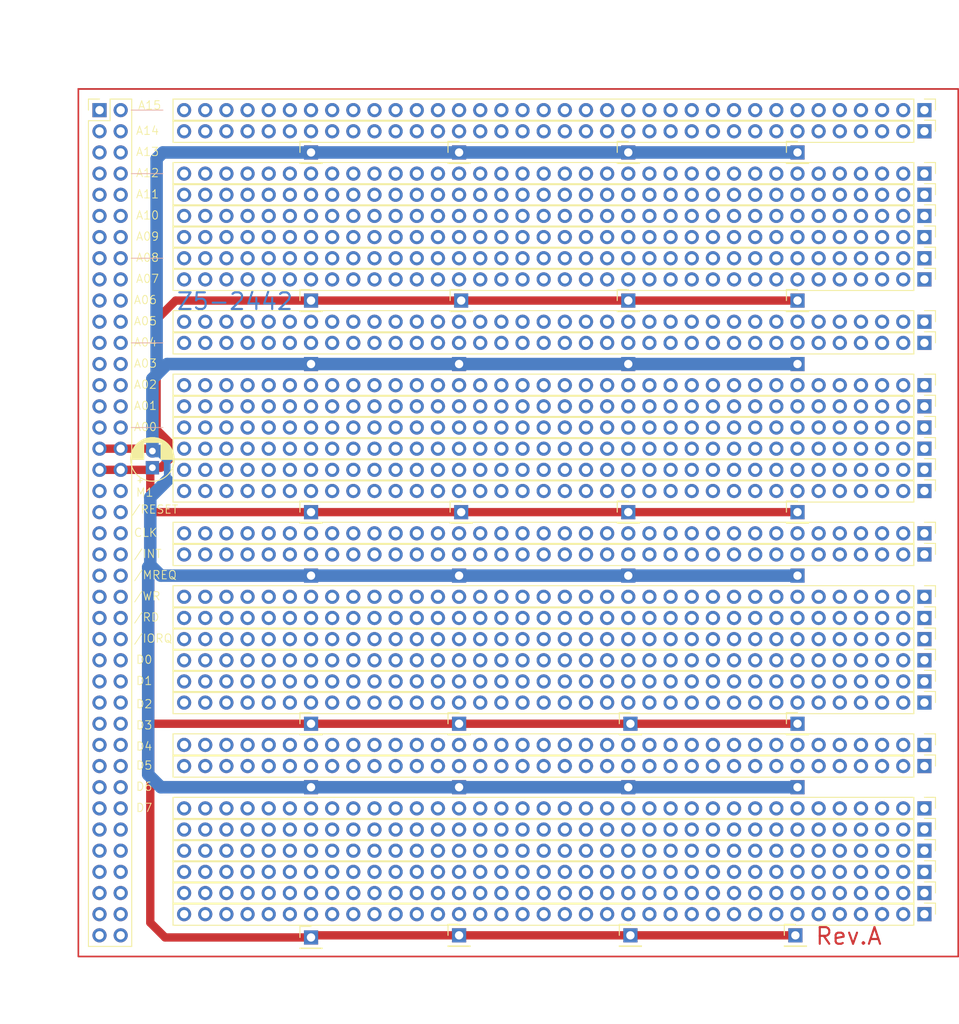
<source format=kicad_pcb>
(kicad_pcb (version 20221018) (generator pcbnew)
  (layers (0 "F.Cu" signal) (31 "B.Cu" signal) (34 "B.Paste" user) (35 "F.Paste" user) (36 "B.SilkS" user "B.Silkscreen") (37 "F.SilkS" user "F.Silkscreen") (38 "B.Mask" user) (39 "F.Mask" user) (44 "Edge.Cuts" user))
  (net 0 "")
  (footprint "Connector_PinHeader_2.54mm:PinHeader_1x36_P2.54mm_Vertical" (layer "F.Cu") (at 177.8 63.5 -90)
    (fp_text reference "REF**" hide)
    (fp_text value "PinHeader_1x36_P2.54mm_Vertical")
  )
  (footprint "" (layer "F.Cu") (at 162.56 109.22)
    (fp_text reference "")
    (fp_text value "")
  )
  (footprint "Connector_PinHeader_2.54mm:PinHeader_1x36_P2.54mm_Vertical" (layer "F.Cu") (at 177.8 55.88 -90)
    (fp_text reference "REF**" hide)
    (fp_text value "PinHeader_1x36_P2.54mm_Vertical")
  )
  (footprint "Connector_PinHeader_2.54mm:PinHeader_1x01_P2.54mm_Vertical" (layer "F.Cu") (at 121.92 58.42)
    (fp_text reference "REF**" hide)
    (fp_text value "PinHeader_1x01_P2.54mm_Vertical")
  )
  (footprint "" (layer "F.Cu") (at 162.56 134.62)
    (fp_text reference "")
    (fp_text value "")
  )
  (footprint "Connector_PinHeader_2.54mm:PinHeader_1x36_P2.54mm_Vertical" (layer "F.Cu") (at 177.8 68.58 -90)
    (fp_text reference "REF**" hide)
    (fp_text value "PinHeader_1x36_P2.54mm_Vertical")
  )
  (footprint "Connector_PinHeader_2.54mm:PinHeader_1x36_P2.54mm_Vertical" (layer "F.Cu") (at 177.8 60.96 -90)
    (fp_text reference "REF**" hide)
    (fp_text value "PinHeader_1x36_P2.54mm_Vertical")
  )
  (footprint "Connector_PinHeader_2.54mm:PinHeader_1x01_P2.54mm_Vertical" (layer "F.Cu") (at 121.92 127)
    (fp_text reference "REF**" hide)
    (fp_text value "PinHeader_1x01_P2.54mm_Vertical")
  )
  (footprint "" (layer "F.Cu") (at 104.14 109.22)
    (fp_text reference "")
    (fp_text value "")
  )
  (footprint "Connector_PinHeader_2.54mm:PinHeader_1x36_P2.54mm_Vertical" (layer "F.Cu") (at 177.8 132.08 -90)
    (fp_text reference "REF**" hide)
    (fp_text value "PinHeader_1x36_P2.54mm_Vertical")
  )
  (footprint "Connector_PinHeader_2.54mm:PinHeader_1x01_P2.54mm_Vertical" (layer "F.Cu") (at 122.174 101.6)
    (fp_text reference "REF**" hide)
    (fp_text value "PinHeader_1x01_P2.54mm_Vertical")
  )
  (footprint "Connector_PinHeader_2.54mm:PinHeader_1x01_P2.54mm_Vertical" (layer "F.Cu") (at 122.174 76.2)
    (fp_text reference "REF**" hide)
    (fp_text value "PinHeader_1x01_P2.54mm_Vertical")
  )
  (footprint "Connector_PinHeader_2.54mm:PinHeader_1x36_P2.54mm_Vertical" (layer "F.Cu") (at 177.8 119.38 -90)
    (fp_text reference "REF**" hide)
    (fp_text value "PinHeader_1x36_P2.54mm_Vertical")
  )
  (footprint "Connector_PinHeader_2.54mm:PinHeader_1x36_P2.54mm_Vertical" (layer "F.Cu") (at 177.8 121.92 -90)
    (fp_text reference "REF**" hide)
    (fp_text value "PinHeader_1x36_P2.54mm_Vertical")
  )
  (footprint "Connector_PinHeader_2.54mm:PinHeader_1x36_P2.54mm_Vertical" (layer "F.Cu") (at 177.8 139.7 -90)
    (fp_text reference "REF**" hide)
    (fp_text value "PinHeader_1x36_P2.54mm_Vertical")
  )
  (footprint "Connector_PinHeader_2.54mm:PinHeader_1x01_P2.54mm_Vertical" (layer "F.Cu") (at 104.14 152.654)
    (fp_text reference "REF**" hide)
    (fp_text value "PinHeader_1x01_P2.54mm_Vertical")
  )
  (footprint "Connector_PinHeader_2.54mm:PinHeader_1x36_P2.54mm_Vertical" (layer "F.Cu") (at 177.8 142.24 -90)
    (fp_text reference "REF**" hide)
    (fp_text value "PinHeader_1x36_P2.54mm_Vertical")
  )
  (footprint "" (layer "F.Cu") (at 142.24 109.22)
    (fp_text reference "")
    (fp_text value "")
  )
  (footprint "Connector_PinHeader_2.54mm:PinHeader_1x36_P2.54mm_Vertical" (layer "F.Cu") (at 177.8 111.76 -90)
    (fp_text reference "REF**" hide)
    (fp_text value "PinHeader_1x36_P2.54mm_Vertical")
  )
  (footprint "Connector_PinHeader_2.54mm:PinHeader_1x36_P2.54mm_Vertical" (layer "F.Cu") (at 177.8 96.52 -90)
    (fp_text reference "REF**" hide)
    (fp_text value "PinHeader_1x36_P2.54mm_Vertical")
  )
  (footprint "Connector_PinHeader_2.54mm:PinHeader_1x36_P2.54mm_Vertical" (layer "F.Cu") (at 177.8 116.84 -90)
    (fp_text reference "REF**" hide)
    (fp_text value "PinHeader_1x36_P2.54mm_Vertical")
  )
  (footprint "Connector_PinHeader_2.54mm:PinHeader_1x36_P2.54mm_Vertical" (layer "F.Cu") (at 177.8 53.34 -90)
    (fp_text reference "REF**" hide)
    (fp_text value "PinHeader_1x36_P2.54mm_Vertical")
  )
  (footprint "Connector_PinHeader_2.54mm:PinHeader_1x01_P2.54mm_Vertical" (layer "F.Cu") (at 142.494 127)
    (fp_text reference "REF**" hide)
    (fp_text value "PinHeader_1x01_P2.54mm_Vertical")
  )
  (footprint "Connector_PinHeader_2.54mm:PinHeader_1x36_P2.54mm_Vertical" (layer "F.Cu") (at 177.8 114.3 -90)
    (fp_text reference "REF**" hide)
    (fp_text value "PinHeader_1x36_P2.54mm_Vertical")
  )
  (footprint "Connector_PinHeader_2.54mm:PinHeader_1x01_P2.54mm_Vertical" (layer "F.Cu") (at 162.56 101.6)
    (fp_text reference "REF**" hide)
    (fp_text value "PinHeader_1x01_P2.54mm_Vertical")
  )
  (footprint "Capacitor_THT:CP_Radial_D5.0mm_P2.00mm" (layer "F.Cu") (at 85.09 96.266 90)
    (fp_text reference "REF**" hide)
    (fp_text value "CP_Radial_D5.0mm_P2.00mm" hide)
  )
  (footprint "Connector_PinHeader_2.54mm:PinHeader_1x36_P2.54mm_Vertical" (layer "F.Cu") (at 177.8 147.32 -90)
    (fp_text reference "REF**" hide)
    (fp_text value "PinHeader_1x36_P2.54mm_Vertical")
  )
  (footprint "" (layer "F.Cu") (at 104.14 134.62)
    (fp_text reference "")
    (fp_text value "")
  )
  (footprint "Connector_PinHeader_2.54mm:PinHeader_1x36_P2.54mm_Vertical" (layer "F.Cu") (at 177.8 78.74 -90)
    (fp_text reference "REF**" hide)
    (fp_text value "PinHeader_1x36_P2.54mm_Vertical")
  )
  (footprint "Connector_PinHeader_2.54mm:PinHeader_1x01_P2.54mm_Vertical" (layer "F.Cu") (at 162.56 76.2)
    (fp_text reference "REF**" hide)
    (fp_text value "PinHeader_1x01_P2.54mm_Vertical")
  )
  (footprint "" (layer "F.Cu") (at 121.92 83.82)
    (fp_text reference "")
    (fp_text value "")
  )
  (footprint "Connector_PinHeader_2.54mm:PinHeader_1x01_P2.54mm_Vertical" (layer "F.Cu") (at 142.494 152.4)
    (fp_text reference "REF**" hide)
    (fp_text value "PinHeader_1x01_P2.54mm_Vertical")
  )
  (footprint "Connector_PinHeader_2.54mm:PinHeader_1x01_P2.54mm_Vertical" (layer "F.Cu") (at 121.92 152.4)
    (fp_text reference "REF**" hide)
    (fp_text value "PinHeader_1x01_P2.54mm_Vertical")
  )
  (footprint "Connector_PinHeader_2.54mm:PinHeader_1x36_P2.54mm_Vertical" (layer "F.Cu") (at 177.8 149.86 -90)
    (fp_text reference "REF**" hide)
    (fp_text value "PinHeader_1x36_P2.54mm_Vertical")
  )
  (footprint "Connector_PinHeader_2.54mm:PinHeader_1x36_P2.54mm_Vertical" (layer "F.Cu") (at 177.8 144.78 -90)
    (fp_text reference "REF**" hide)
    (fp_text value "PinHeader_1x36_P2.54mm_Vertical")
  )
  (footprint "Connector_PinHeader_2.54mm:PinHeader_1x01_P2.54mm_Vertical" (layer "F.Cu") (at 104.14 58.42)
    (fp_text reference "REF**" hide)
    (fp_text value "PinHeader_1x01_P2.54mm_Vertical")
  )
  (footprint "Connector_PinHeader_2.54mm:PinHeader_1x36_P2.54mm_Vertical" (layer "F.Cu") (at 177.8 137.16 -90)
    (fp_text reference "REF**" hide)
    (fp_text value "PinHeader_1x36_P2.54mm_Vertical")
  )
  (footprint "Connector_PinHeader_2.54mm:PinHeader_1x01_P2.54mm_Vertical" (layer "F.Cu") (at 142.24 101.6)
    (fp_text reference "REF**" hide)
    (fp_text value "PinHeader_1x01_P2.54mm_Vertical")
  )
  (footprint "Connector_PinHeader_2.54mm:PinHeader_1x36_P2.54mm_Vertical" (layer "F.Cu") (at 177.8 81.28 -90)
    (fp_text reference "REF**" hide)
    (fp_text value "PinHeader_1x36_P2.54mm_Vertical")
  )
  (footprint "Connector_PinHeader_2.54mm:PinHeader_1x36_P2.54mm_Vertical" (layer "F.Cu") (at 177.8 124.46 -90)
    (fp_text reference "REF**" hide)
    (fp_text value "PinHeader_1x36_P2.54mm_Vertical")
  )
  (footprint "Connector_PinHeader_2.54mm:PinHeader_1x01_P2.54mm_Vertical" (layer "F.Cu") (at 142.24 58.42)
    (fp_text reference "REF**" hide)
    (fp_text value "PinHeader_1x01_P2.54mm_Vertical")
  )
  (footprint "Connector_PinHeader_2.54mm:PinHeader_2x40_P2.54mm_Vertical" (layer "F.Cu") (at 78.74 53.34)
    (fp_text reference "REF**" hide)
    (fp_text value "PinHeader_2x40_P2.54mm_Vertical")
  )
  (footprint "Connector_PinHeader_2.54mm:PinHeader_1x01_P2.54mm_Vertical" (layer "F.Cu") (at 104.14 101.6)
    (fp_text reference "REF**" hide)
    (fp_text value "PinHeader_1x01_P2.54mm_Vertical")
  )
  (footprint "Connector_PinHeader_2.54mm:PinHeader_1x36_P2.54mm_Vertical" (layer "F.Cu") (at 177.8 104.14 -90)
    (fp_text reference "REF**" hide)
    (fp_text value "PinHeader_1x36_P2.54mm_Vertical")
  )
  (footprint "" (layer "F.Cu") (at 142.24 83.82)
    (fp_text reference "")
    (fp_text value "")
  )
  (footprint "Connector_PinHeader_2.54mm:PinHeader_1x36_P2.54mm_Vertical" (layer "F.Cu") (at 177.8 129.54 -90)
    (fp_text reference "REF**" hide)
    (fp_text value "PinHeader_1x36_P2.54mm_Vertical")
  )
  (footprint "Connector_PinHeader_2.54mm:PinHeader_1x36_P2.54mm_Vertical" (layer "F.Cu") (at 177.8 71.12 -90)
    (fp_text reference "REF**" hide)
    (fp_text value "PinHeader_1x36_P2.54mm_Vertical")
  )
  (footprint "Connector_PinHeader_2.54mm:PinHeader_1x01_P2.54mm_Vertical" (layer "F.Cu") (at 104.14 76.2)
    (fp_text reference "REF**" hide)
    (fp_text value "PinHeader_1x01_P2.54mm_Vertical")
  )
  (footprint "" (layer "F.Cu") (at 121.92 109.22)
    (fp_text reference "")
    (fp_text value "")
  )
  (footprint "Connector_PinHeader_2.54mm:PinHeader_1x01_P2.54mm_Vertical" (layer "F.Cu") (at 162.56 58.42)
    (fp_text reference "REF**" hide)
    (fp_text value "PinHeader_1x01_P2.54mm_Vertical")
  )
  (footprint "Connector_PinHeader_2.54mm:PinHeader_1x01_P2.54mm_Vertical" (layer "F.Cu") (at 162.56 127)
    (fp_text reference "REF**" hide)
    (fp_text value "PinHeader_1x01_P2.54mm_Vertical")
  )
  (footprint "Connector_PinHeader_2.54mm:PinHeader_1x36_P2.54mm_Vertical" (layer "F.Cu") (at 177.8 86.36 -90)
    (fp_text reference "REF**" hide)
    (fp_text value "PinHeader_1x36_P2.54mm_Vertical")
  )
  (footprint "Connector_PinHeader_2.54mm:PinHeader_1x36_P2.54mm_Vertical" (layer "F.Cu") (at 177.8 73.66 -90)
    (fp_text reference "REF**" hide)
    (fp_text value "PinHeader_1x36_P2.54mm_Vertical")
  )
  (footprint "Connector_PinHeader_2.54mm:PinHeader_1x01_P2.54mm_Vertical" (layer "F.Cu") (at 142.24 76.2)
    (fp_text reference "REF**" hide)
    (fp_text value "PinHeader_1x01_P2.54mm_Vertical")
  )
  (footprint "Connector_PinHeader_2.54mm:PinHeader_1x01_P2.54mm_Vertical" (layer "F.Cu") (at 104.14 127)
    (fp_text reference "REF**" hide)
    (fp_text value "PinHeader_1x01_P2.54mm_Vertical")
  )
  (footprint "" (layer "F.Cu") (at 104.14 83.82)
    (fp_text reference "")
    (fp_text value "")
  )
  (footprint "Connector_PinHeader_2.54mm:PinHeader_1x36_P2.54mm_Vertical" (layer "F.Cu") (at 177.8 106.68 -90)
    (fp_text reference "REF**" hide)
    (fp_text value "PinHeader_1x36_P2.54mm_Vertical")
  )
  (footprint "Connector_PinHeader_2.54mm:PinHeader_1x36_P2.54mm_Vertical" (layer "F.Cu") (at 177.8 91.44 -90)
    (fp_text reference "REF**" hide)
    (fp_text value "PinHeader_1x36_P2.54mm_Vertical")
  )
  (footprint "" (layer "F.Cu") (at 121.92 134.62)
    (fp_text reference "")
    (fp_text value "")
  )
  (footprint "Connector_PinHeader_2.54mm:PinHeader_1x36_P2.54mm_Vertical" (layer "F.Cu") (at 177.8 93.98 -90)
    (fp_text reference "REF**" hide)
    (fp_text value "PinHeader_1x36_P2.54mm_Vertical")
  )
  (footprint "" (layer "F.Cu") (at 142.24 134.62)
    (fp_text reference "")
    (fp_text value "")
  )
  (footprint "Connector_PinHeader_2.54mm:PinHeader_1x01_P2.54mm_Vertical" (layer "F.Cu") (at 162.306 152.4)
    (fp_text reference "REF**" hide)
    (fp_text value "PinHeader_1x01_P2.54mm_Vertical")
  )
  (footprint "Connector_PinHeader_2.54mm:PinHeader_1x36_P2.54mm_Vertical" (layer "F.Cu") (at 177.8 88.9 -90)
    (fp_text reference "REF**" hide)
    (fp_text value "PinHeader_1x36_P2.54mm_Vertical")
  )
  (footprint "Connector_PinHeader_2.54mm:PinHeader_1x36_P2.54mm_Vertical" (layer "F.Cu") (at 177.8 99.06 -90)
    (fp_text reference "REF**" hide)
    (fp_text value "PinHeader_1x36_P2.54mm_Vertical")
  )
  (footprint "Connector_PinHeader_2.54mm:PinHeader_1x36_P2.54mm_Vertical" (layer "F.Cu") (at 177.8 66.04 -90)
    (fp_text reference "REF**" hide)
    (fp_text value "PinHeader_1x36_P2.54mm_Vertical")
  )
  (footprint "" (layer "F.Cu") (at 162.56 83.82)
    (fp_text reference "")
    (fp_text value "")
  )
  (gr_rect (start 76.2 50.8) (end 181.864 154.94) (stroke (width 0.2)) (fill none) (layer "F.Cu"))
  (gr_line (start 82.55 60.96) (end 86.36 60.96) (stroke (width 0.1)) (layer "B.SilkS"))
  (gr_line (start 82.55 53.34) (end 86.36 53.34) (stroke (width 0.1)) (layer "B.SilkS"))
  (gr_line (start 82.55 91.44) (end 86.36 91.44) (stroke (width 0.1)) (layer "B.SilkS"))
  (gr_line (start 82.55 71.12) (end 86.36 71.12) (stroke (width 0.1)) (layer "B.SilkS"))
  (gr_line (start 82.55 81.28) (end 86.36 81.28) (stroke (width 0.1)) (layer "B.SilkS"))
  (gr_text "Rev.A" (at 164.592 153.67) (layer "F.Cu") (effects (font (size 2 2) (thickness 0.25)) (justify left bottom)))
  (gr_text "Z5-2442" (at 87.884 77.47) (layer "B.Cu") (effects (font (size 2 2) (thickness 0.25)) (justify left bottom)))
  (gr_text "D3" (at 83.058 127.762) (layer "F.SilkS") (effects (font (size 1 1) (thickness 0.1)) (justify left bottom)))
  (gr_text "/RESET" (at 82.55 101.854) (layer "F.SilkS") (effects (font (size 1 1) (thickness 0.1)) (justify left bottom)))
  (gr_text "A09" (at 83.058 69.088) (layer "F.SilkS") (effects (font (size 1 1) (thickness 0.1)) (justify left bottom)))
  (gr_text "A05" (at 82.804 79.248) (layer "F.SilkS") (effects (font (size 1 1) (thickness 0.1)) (justify left bottom)))
  (gr_text "D2" (at 83.058 125.222) (layer "F.SilkS") (effects (font (size 1 1) (thickness 0.1)) (justify left bottom)))
  (gr_text "D1" (at 83.058 122.428) (layer "F.SilkS") (effects (font (size 1 1) (thickness 0.1)) (justify left bottom)))
  (gr_text "A08" (at 83.058 71.628) (layer "F.SilkS") (effects (font (size 1 1) (thickness 0.1)) (justify left bottom)))
  (gr_text "A04" (at 82.804 81.788) (layer "F.SilkS") (effects (font (size 1 1) (thickness 0.1)) (justify left bottom)))
  (gr_text "A13" (at 83.058 58.928) (layer "F.SilkS") (effects (font (size 1 1) (thickness 0.1)) (justify left bottom)))
  (gr_text "/WR" (at 82.804 112.268) (layer "F.SilkS") (effects (font (size 1 1) (thickness 0.1)) (justify left bottom)))
  (gr_text "A01" (at 82.804 89.408) (layer "F.SilkS") (effects (font (size 1 1) (thickness 0.1)) (justify left bottom)))
  (gr_text "/MREQ\n" (at 82.804 109.728) (layer "F.SilkS") (effects (font (size 1 1) (thickness 0.1)) (justify left bottom)))
  (gr_text "A02" (at 82.804 86.868) (layer "F.SilkS") (effects (font (size 1 1) (thickness 0.1)) (justify left bottom)))
  (gr_text "A14" (at 83.058 56.388) (layer "F.SilkS") (effects (font (size 1 1) (thickness 0.1)) (justify left bottom)))
  (gr_text "/IORQ" (at 82.804 117.348) (layer "F.SilkS") (effects (font (size 1 1) (thickness 0.1)) (justify left bottom)))
  (gr_text "A15" (at 83.312 53.34) (layer "F.SilkS") (effects (font (size 1 1) (thickness 0.1)) (justify left bottom)))
  (gr_text "/INT" (at 82.804 107.188) (layer "F.SilkS") (effects (font (size 1 1) (thickness 0.1)) (justify left bottom)))
  (gr_text "D0" (at 83.058 119.888) (layer "F.SilkS") (effects (font (size 1 1) (thickness 0.1)) (justify left bottom)))
  (gr_text "CLK" (at 82.804 104.648) (layer "F.SilkS") (effects (font (size 1 1) (thickness 0.1)) (justify left bottom)))
  (gr_text "/RD" (at 82.804 114.808) (layer "F.SilkS") (effects (font (size 1 1) (thickness 0.1)) (justify left bottom)))
  (gr_text "A03" (at 82.804 84.328) (layer "F.SilkS") (effects (font (size 1 1) (thickness 0.1)) (justify left bottom)))
  (gr_text "D7" (at 83.058 137.668) (layer "F.SilkS") (effects (font (size 1 1) (thickness 0.1)) (justify left bottom)))
  (gr_text "D5" (at 83.058 132.588) (layer "F.SilkS") (effects (font (size 1 1) (thickness 0.1)) (justify left bottom)))
  (gr_text "A00" (at 82.804 91.948) (layer "F.SilkS") (effects (font (size 1 1) (thickness 0.1)) (justify left bottom)))
  (gr_text "A10" (at 83.058 66.548) (layer "F.SilkS") (effects (font (size 1 1) (thickness 0.1)) (justify left bottom)))
  (gr_text "A07" (at 83.058 74.168) (layer "F.SilkS") (effects (font (size 1 1) (thickness 0.1)) (justify left bottom)))
  (gr_text "A12" (at 83.058 61.468) (layer "F.SilkS") (effects (font (size 1 1) (thickness 0.1)) (justify left bottom)))
  (gr_text "M1" (at 83.058 99.822) (layer "F.SilkS") (effects (font (size 1 1) (thickness 0.1)) (justify left bottom)))
  (gr_text "D4" (at 83.058 130.302) (layer "F.SilkS") (effects (font (size 1 1) (thickness 0.1)) (justify left bottom)))
  (gr_text "A06" (at 82.804 76.708) (layer "F.SilkS") (effects (font (size 1 1) (thickness 0.1)) (justify left bottom)))
  (gr_text "D6" (at 83.058 135.128) (layer "F.SilkS") (effects (font (size 1 1) (thickness 0.1)) (justify left bottom)))
  (gr_text "A11" (at 83.058 64.008) (layer "F.SilkS") (effects (font (size 1 1) (thickness 0.1)) (justify left bottom)))
  (segment (start 104.14 127) (end 84.836 127) (width 1) (layer "F.Cu") (net 0))
  (segment (start 121.92 127) (end 104.14 127) (width 1) (layer "F.Cu") (net 0))
  (segment (start 142.24 76.2) (end 122.174 76.2) (width 1) (layer "F.Cu") (net 0))
  (segment (start 162.56 101.6) (end 142.24 101.6) (width 1) (layer "F.Cu") (net 0))
  (segment (start 85.09 96.266) (end 86.106 96.266) (width 1) (layer "F.Cu") (net 0))
  (segment (start 85.598 78.486) (end 87.884 76.2) (width 1) (layer "F.Cu") (net 0))
  (segment (start 84.836 127) (end 84.836 101.6) (width 1) (layer "F.Cu") (net 0))
  (segment (start 84.836 96.52) (end 85.09 96.266) (width 0.2) (layer "F.Cu") (net 0))
  (segment (start 86.614 152.654) (end 84.836 150.876) (width 1) (layer "F.Cu") (net 0))
  (segment (start 104.394 152.4) (end 104.14 152.654) (width 0.2) (layer "F.Cu") (net 0))
  (segment (start 87.122 95.25) (end 87.122 93.218) (width 0.8) (layer "F.Cu") (net 0))
  (segment (start 81.28 93.98) (end 84.804 93.98) (width 1) (layer "F.Cu") (net 0))
  (segment (start 121.92 152.4) (end 104.394 152.4) (width 1) (layer "F.Cu") (net 0))
  (segment (start 142.494 127) (end 121.92 127) (width 1) (layer "F.Cu") (net 0))
  (segment (start 142.24 101.6) (end 122.174 101.6) (width 1) (layer "F.Cu") (net 0))
  (segment (start 162.306 152.4) (end 142.494 152.4) (width 1) (layer "F.Cu") (net 0))
  (segment (start 84.836 101.6) (end 84.836 96.52) (width 1) (layer "F.Cu") (net 0))
  (segment (start 86.106 96.266) (end 87.122 95.25) (width 1) (layer "F.Cu") (net 0))
  (segment (start 162.56 127) (end 142.494 127) (width 1) (layer "F.Cu") (net 0))
  (segment (start 122.174 76.2) (end 104.14 76.2) (width 1) (layer "F.Cu") (net 0))
  (segment (start 104.14 101.6) (end 84.836 101.6) (width 1) (layer "F.Cu") (net 0))
  (segment (start 84.804 93.98) (end 85.09 94.266) (width 0.2) (layer "F.Cu") (net 0))
  (segment (start 142.494 152.4) (end 121.92 152.4) (width 1) (layer "F.Cu") (net 0))
  (segment (start 104.14 101.6) (end 122.174 101.6) (width 1) (layer "F.Cu") (net 0))
  (segment (start 162.56 76.2) (end 142.24 76.2) (width 1) (layer "F.Cu") (net 0))
  (segment (start 85.598 91.694) (end 85.598 78.486) (width 1) (layer "F.Cu") (net 0))
  (segment (start 84.836 150.876) (end 84.836 127) (width 1) (layer "F.Cu") (net 0))
  (segment (start 78.74 96.52) (end 81.28 96.52) (width 1) (layer "F.Cu") (net 0))
  (segment (start 87.884 76.2) (end 104.14 76.2) (width 1) (layer "F.Cu") (net 0))
  (segment (start 87.122 93.218) (end 85.598 91.694) (width 1) (layer "F.Cu") (net 0))
  (segment (start 104.14 152.654) (end 86.614 152.654) (width 1) (layer "F.Cu") (net 0))
  (segment (start 78.74 93.98) (end 81.28 93.98) (width 1) (layer "F.Cu") (net 0))
  (segment (start 81.28 96.52) (end 84.836 96.52) (width 1) (layer "F.Cu") (net 0))
  (segment (start 86.106 134.62) (end 84.582 133.096) (width 1.5) (layer "B.Cu") (net 0))
  (segment (start 86.106 109.22) (end 104.14 109.22) (width 1.5) (layer "B.Cu") (net 0))
  (segment (start 121.92 58.42) (end 142.24 58.42) (width 1.5) (layer "B.Cu") (net 0))
  (segment (start 85.09 85.598) (end 86.868 83.82) (width 1.5) (layer "B.Cu") (net 0))
  (segment (start 142.24 58.42) (end 162.56 58.42) (width 1.5) (layer "B.Cu") (net 0))
  (segment (start 121.92 134.62) (end 142.24 134.62) (width 1.5) (layer "B.Cu") (net 0))
  (segment (start 86.868 94.996) (end 86.868 97.79) (width 0.8) (layer "B.Cu") (net 0))
  (segment (start 84.836 99.822) (end 84.836 107.95) (width 1.5) (layer "B.Cu") (net 0))
  (segment (start 85.598 85.09) (end 85.09 85.598) (width 1.5) (layer "B.Cu") (net 0))
  (segment (start 84.836 107.95) (end 86.106 109.22) (width 1.5) (layer "B.Cu") (net 0))
  (segment (start 104.14 134.62) (end 121.92 134.62) (width 1.5) (layer "B.Cu") (net 0))
  (segment (start 86.36 58.42) (end 85.598 59.182) (width 1.5) (layer "B.Cu") (net 0))
  (segment (start 104.14 58.42) (end 86.36 58.42) (width 1.5) (layer "B.Cu") (net 0))
  (segment (start 84.582 108.204) (end 84.836 107.95) (width 1.5) (layer "B.Cu") (net 0))
  (segment (start 86.138 94.266) (end 86.868 94.996) (width 1.5) (layer "B.Cu") (net 0))
  (segment (start 121.92 83.82) (end 142.24 83.82) (width 1.5) (layer "B.Cu") (net 0))
  (segment (start 85.598 59.182) (end 85.598 85.09) (width 1.5) (layer "B.Cu") (net 0))
  (segment (start 85.09 94.266) (end 86.138 94.266) (width 1.5) (layer "B.Cu") (net 0))
  (segment (start 104.14 109.22) (end 121.92 109.22) (width 1.5) (layer "B.Cu") (net 0))
  (segment (start 142.24 134.62) (end 162.56 134.62) (width 1.5) (layer "B.Cu") (net 0))
  (segment (start 86.868 97.79) (end 84.836 99.822) (width 1.5) (layer "B.Cu") (net 0))
  (segment (start 104.14 58.42) (end 121.92 58.42) (width 1.5) (layer "B.Cu") (net 0))
  (segment (start 142.24 83.82) (end 162.56 83.82) (width 1.5) (layer "B.Cu") (net 0))
  (segment (start 86.868 83.82) (end 104.14 83.82) (width 1.5) (layer "B.Cu") (net 0))
  (segment (start 84.582 133.096) (end 84.582 108.204) (width 1.5) (layer "B.Cu") (net 0))
  (segment (start 104.14 83.82) (end 121.92 83.82) (width 1.5) (layer "B.Cu") (net 0))
  (segment (start 142.24 109.22) (end 162.56 109.22) (width 1.5) (layer "B.Cu") (net 0))
  (segment (start 85.09 94.266) (end 85.09 85.598) (width 1.5) (layer "B.Cu") (net 0))
  (segment (start 121.92 109.22) (end 142.24 109.22) (width 1.5) (layer "B.Cu") (net 0))
  (segment (start 104.14 134.62) (end 86.106 134.62) (width 1.5) (layer "B.Cu") (net 0))
)
</source>
